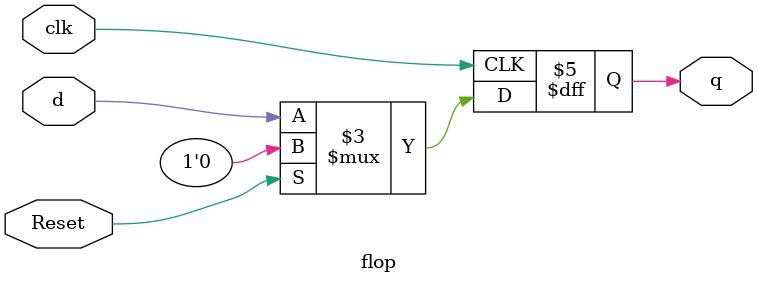
<source format=sv>
 module flop(q, d, clk, Reset);
	output logic q;
	input logic d;
	input logic clk;
	input logic Reset;
	
	always_ff @(posedge clk) begin
		  if (Reset)   
    q <= 0;
  else  
		q <= d;
	end
endmodule 
</source>
